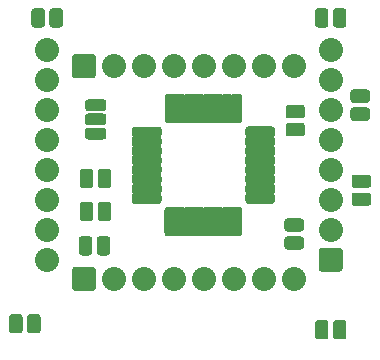
<source format=gts>
%TF.GenerationSoftware,KiCad,Pcbnew,5.1.10*%
%TF.CreationDate,2021-11-10T14:40:26-05:00*%
%TF.ProjectId,panel_8x8_32mm,70616e65-6c5f-4387-9838-5f33326d6d2e,rev?*%
%TF.SameCoordinates,Original*%
%TF.FileFunction,Soldermask,Top*%
%TF.FilePolarity,Negative*%
%FSLAX46Y46*%
G04 Gerber Fmt 4.6, Leading zero omitted, Abs format (unit mm)*
G04 Created by KiCad (PCBNEW 5.1.10) date 2021-11-10 14:40:26*
%MOMM*%
%LPD*%
G01*
G04 APERTURE LIST*
%ADD10C,2.032000*%
G04 APERTURE END LIST*
%TO.C,R9*%
G36*
G01*
X126667260Y-72971660D02*
X126667260Y-71828660D01*
G75*
G02*
X126921260Y-71574660I254000J0D01*
G01*
X127556260Y-71574660D01*
G75*
G02*
X127810260Y-71828660I0J-254000D01*
G01*
X127810260Y-72971660D01*
G75*
G02*
X127556260Y-73225660I-254000J0D01*
G01*
X126921260Y-73225660D01*
G75*
G02*
X126667260Y-72971660I0J254000D01*
G01*
G37*
G36*
G01*
X128191260Y-72971660D02*
X128191260Y-71828660D01*
G75*
G02*
X128445260Y-71574660I254000J0D01*
G01*
X129080260Y-71574660D01*
G75*
G02*
X129334260Y-71828660I0J-254000D01*
G01*
X129334260Y-72971660D01*
G75*
G02*
X129080260Y-73225660I-254000J0D01*
G01*
X128445260Y-73225660D01*
G75*
G02*
X128191260Y-72971660I0J254000D01*
G01*
G37*
%TD*%
%TO.C,R8*%
G36*
G01*
X106667300Y-92270580D02*
X106667300Y-91127580D01*
G75*
G02*
X106921300Y-90873580I254000J0D01*
G01*
X107556300Y-90873580D01*
G75*
G02*
X107810300Y-91127580I0J-254000D01*
G01*
X107810300Y-92270580D01*
G75*
G02*
X107556300Y-92524580I-254000J0D01*
G01*
X106921300Y-92524580D01*
G75*
G02*
X106667300Y-92270580I0J254000D01*
G01*
G37*
G36*
G01*
X108191300Y-92270580D02*
X108191300Y-91127580D01*
G75*
G02*
X108445300Y-90873580I254000J0D01*
G01*
X109080300Y-90873580D01*
G75*
G02*
X109334300Y-91127580I0J-254000D01*
G01*
X109334300Y-92270580D01*
G75*
G02*
X109080300Y-92524580I-254000J0D01*
G01*
X108445300Y-92524580D01*
G75*
G02*
X108191300Y-92270580I0J254000D01*
G01*
G37*
%TD*%
%TO.C,R7*%
G36*
G01*
X100766880Y-98872040D02*
X100766880Y-97729040D01*
G75*
G02*
X101020880Y-97475040I254000J0D01*
G01*
X101655880Y-97475040D01*
G75*
G02*
X101909880Y-97729040I0J-254000D01*
G01*
X101909880Y-98872040D01*
G75*
G02*
X101655880Y-99126040I-254000J0D01*
G01*
X101020880Y-99126040D01*
G75*
G02*
X100766880Y-98872040I0J254000D01*
G01*
G37*
G36*
G01*
X102290880Y-98872040D02*
X102290880Y-97729040D01*
G75*
G02*
X102544880Y-97475040I254000J0D01*
G01*
X103179880Y-97475040D01*
G75*
G02*
X103433880Y-97729040I0J-254000D01*
G01*
X103433880Y-98872040D01*
G75*
G02*
X103179880Y-99126040I-254000J0D01*
G01*
X102544880Y-99126040D01*
G75*
G02*
X102290880Y-98872040I0J254000D01*
G01*
G37*
%TD*%
%TO.C,R6*%
G36*
G01*
X106766360Y-89372440D02*
X106766360Y-88229440D01*
G75*
G02*
X107020360Y-87975440I254000J0D01*
G01*
X107655360Y-87975440D01*
G75*
G02*
X107909360Y-88229440I0J-254000D01*
G01*
X107909360Y-89372440D01*
G75*
G02*
X107655360Y-89626440I-254000J0D01*
G01*
X107020360Y-89626440D01*
G75*
G02*
X106766360Y-89372440I0J254000D01*
G01*
G37*
G36*
G01*
X108290360Y-89372440D02*
X108290360Y-88229440D01*
G75*
G02*
X108544360Y-87975440I254000J0D01*
G01*
X109179360Y-87975440D01*
G75*
G02*
X109433360Y-88229440I0J-254000D01*
G01*
X109433360Y-89372440D01*
G75*
G02*
X109179360Y-89626440I-254000J0D01*
G01*
X108544360Y-89626440D01*
G75*
G02*
X108290360Y-89372440I0J254000D01*
G01*
G37*
%TD*%
%TO.C,R5*%
G36*
G01*
X124429520Y-79766160D02*
X125572520Y-79766160D01*
G75*
G02*
X125826520Y-80020160I0J-254000D01*
G01*
X125826520Y-80655160D01*
G75*
G02*
X125572520Y-80909160I-254000J0D01*
G01*
X124429520Y-80909160D01*
G75*
G02*
X124175520Y-80655160I0J254000D01*
G01*
X124175520Y-80020160D01*
G75*
G02*
X124429520Y-79766160I254000J0D01*
G01*
G37*
G36*
G01*
X124429520Y-81290160D02*
X125572520Y-81290160D01*
G75*
G02*
X125826520Y-81544160I0J-254000D01*
G01*
X125826520Y-82179160D01*
G75*
G02*
X125572520Y-82433160I-254000J0D01*
G01*
X124429520Y-82433160D01*
G75*
G02*
X124175520Y-82179160I0J254000D01*
G01*
X124175520Y-81544160D01*
G75*
G02*
X124429520Y-81290160I254000J0D01*
G01*
G37*
%TD*%
%TO.C,R4*%
G36*
G01*
X106766360Y-86570820D02*
X106766360Y-85427820D01*
G75*
G02*
X107020360Y-85173820I254000J0D01*
G01*
X107655360Y-85173820D01*
G75*
G02*
X107909360Y-85427820I0J-254000D01*
G01*
X107909360Y-86570820D01*
G75*
G02*
X107655360Y-86824820I-254000J0D01*
G01*
X107020360Y-86824820D01*
G75*
G02*
X106766360Y-86570820I0J254000D01*
G01*
G37*
G36*
G01*
X108290360Y-86570820D02*
X108290360Y-85427820D01*
G75*
G02*
X108544360Y-85173820I254000J0D01*
G01*
X109179360Y-85173820D01*
G75*
G02*
X109433360Y-85427820I0J-254000D01*
G01*
X109433360Y-86570820D01*
G75*
G02*
X109179360Y-86824820I-254000J0D01*
G01*
X108544360Y-86824820D01*
G75*
G02*
X108290360Y-86570820I0J254000D01*
G01*
G37*
%TD*%
%TO.C,R3*%
G36*
G01*
X130027680Y-85666580D02*
X131170680Y-85666580D01*
G75*
G02*
X131424680Y-85920580I0J-254000D01*
G01*
X131424680Y-86555580D01*
G75*
G02*
X131170680Y-86809580I-254000J0D01*
G01*
X130027680Y-86809580D01*
G75*
G02*
X129773680Y-86555580I0J254000D01*
G01*
X129773680Y-85920580D01*
G75*
G02*
X130027680Y-85666580I254000J0D01*
G01*
G37*
G36*
G01*
X130027680Y-87190580D02*
X131170680Y-87190580D01*
G75*
G02*
X131424680Y-87444580I0J-254000D01*
G01*
X131424680Y-88079580D01*
G75*
G02*
X131170680Y-88333580I-254000J0D01*
G01*
X130027680Y-88333580D01*
G75*
G02*
X129773680Y-88079580I0J254000D01*
G01*
X129773680Y-87444580D01*
G75*
G02*
X130027680Y-87190580I254000J0D01*
G01*
G37*
%TD*%
%TO.C,R2*%
G36*
G01*
X131071620Y-81132680D02*
X129928620Y-81132680D01*
G75*
G02*
X129674620Y-80878680I0J254000D01*
G01*
X129674620Y-80243680D01*
G75*
G02*
X129928620Y-79989680I254000J0D01*
G01*
X131071620Y-79989680D01*
G75*
G02*
X131325620Y-80243680I0J-254000D01*
G01*
X131325620Y-80878680D01*
G75*
G02*
X131071620Y-81132680I-254000J0D01*
G01*
G37*
G36*
G01*
X131071620Y-79608680D02*
X129928620Y-79608680D01*
G75*
G02*
X129674620Y-79354680I0J254000D01*
G01*
X129674620Y-78719680D01*
G75*
G02*
X129928620Y-78465680I254000J0D01*
G01*
X131071620Y-78465680D01*
G75*
G02*
X131325620Y-78719680I0J-254000D01*
G01*
X131325620Y-79354680D01*
G75*
G02*
X131071620Y-79608680I-254000J0D01*
G01*
G37*
%TD*%
%TO.C,R1*%
G36*
G01*
X102666800Y-72971660D02*
X102666800Y-71828660D01*
G75*
G02*
X102920800Y-71574660I254000J0D01*
G01*
X103555800Y-71574660D01*
G75*
G02*
X103809800Y-71828660I0J-254000D01*
G01*
X103809800Y-72971660D01*
G75*
G02*
X103555800Y-73225660I-254000J0D01*
G01*
X102920800Y-73225660D01*
G75*
G02*
X102666800Y-72971660I0J254000D01*
G01*
G37*
G36*
G01*
X104190800Y-72971660D02*
X104190800Y-71828660D01*
G75*
G02*
X104444800Y-71574660I254000J0D01*
G01*
X105079800Y-71574660D01*
G75*
G02*
X105333800Y-71828660I0J-254000D01*
G01*
X105333800Y-72971660D01*
G75*
G02*
X105079800Y-73225660I-254000J0D01*
G01*
X104444800Y-73225660D01*
G75*
G02*
X104190800Y-72971660I0J254000D01*
G01*
G37*
%TD*%
%TO.C,IC1*%
G36*
G01*
X114197130Y-78830170D02*
X114646710Y-78830170D01*
G75*
G02*
X114900710Y-79084170I0J-254000D01*
G01*
X114900710Y-81083150D01*
G75*
G02*
X114646710Y-81337150I-254000J0D01*
G01*
X114197130Y-81337150D01*
G75*
G02*
X113943130Y-81083150I0J254000D01*
G01*
X113943130Y-79084170D01*
G75*
G02*
X114197130Y-78830170I254000J0D01*
G01*
G37*
G36*
G01*
X114997230Y-78830170D02*
X115446810Y-78830170D01*
G75*
G02*
X115700810Y-79084170I0J-254000D01*
G01*
X115700810Y-81083150D01*
G75*
G02*
X115446810Y-81337150I-254000J0D01*
G01*
X114997230Y-81337150D01*
G75*
G02*
X114743230Y-81083150I0J254000D01*
G01*
X114743230Y-79084170D01*
G75*
G02*
X114997230Y-78830170I254000J0D01*
G01*
G37*
G36*
G01*
X115797330Y-78830170D02*
X116246910Y-78830170D01*
G75*
G02*
X116500910Y-79084170I0J-254000D01*
G01*
X116500910Y-81083150D01*
G75*
G02*
X116246910Y-81337150I-254000J0D01*
G01*
X115797330Y-81337150D01*
G75*
G02*
X115543330Y-81083150I0J254000D01*
G01*
X115543330Y-79084170D01*
G75*
G02*
X115797330Y-78830170I254000J0D01*
G01*
G37*
G36*
G01*
X116597430Y-78830170D02*
X117047010Y-78830170D01*
G75*
G02*
X117301010Y-79084170I0J-254000D01*
G01*
X117301010Y-81083150D01*
G75*
G02*
X117047010Y-81337150I-254000J0D01*
G01*
X116597430Y-81337150D01*
G75*
G02*
X116343430Y-81083150I0J254000D01*
G01*
X116343430Y-79084170D01*
G75*
G02*
X116597430Y-78830170I254000J0D01*
G01*
G37*
G36*
G01*
X117397530Y-78830170D02*
X117847110Y-78830170D01*
G75*
G02*
X118101110Y-79084170I0J-254000D01*
G01*
X118101110Y-81083150D01*
G75*
G02*
X117847110Y-81337150I-254000J0D01*
G01*
X117397530Y-81337150D01*
G75*
G02*
X117143530Y-81083150I0J254000D01*
G01*
X117143530Y-79084170D01*
G75*
G02*
X117397530Y-78830170I254000J0D01*
G01*
G37*
G36*
G01*
X118197630Y-78830170D02*
X118647210Y-78830170D01*
G75*
G02*
X118901210Y-79084170I0J-254000D01*
G01*
X118901210Y-81083150D01*
G75*
G02*
X118647210Y-81337150I-254000J0D01*
G01*
X118197630Y-81337150D01*
G75*
G02*
X117943630Y-81083150I0J254000D01*
G01*
X117943630Y-79084170D01*
G75*
G02*
X118197630Y-78830170I254000J0D01*
G01*
G37*
G36*
G01*
X118997730Y-78830170D02*
X119447310Y-78830170D01*
G75*
G02*
X119701310Y-79084170I0J-254000D01*
G01*
X119701310Y-81083150D01*
G75*
G02*
X119447310Y-81337150I-254000J0D01*
G01*
X118997730Y-81337150D01*
G75*
G02*
X118743730Y-81083150I0J254000D01*
G01*
X118743730Y-79084170D01*
G75*
G02*
X118997730Y-78830170I254000J0D01*
G01*
G37*
G36*
G01*
X119797830Y-78830170D02*
X120247410Y-78830170D01*
G75*
G02*
X120501410Y-79084170I0J-254000D01*
G01*
X120501410Y-81083150D01*
G75*
G02*
X120247410Y-81337150I-254000J0D01*
G01*
X119797830Y-81337150D01*
G75*
G02*
X119543830Y-81083150I0J254000D01*
G01*
X119543830Y-79084170D01*
G75*
G02*
X119797830Y-78830170I254000J0D01*
G01*
G37*
G36*
G01*
X119792750Y-88395810D02*
X120242330Y-88395810D01*
G75*
G02*
X120496330Y-88649810I0J-254000D01*
G01*
X120496330Y-90648790D01*
G75*
G02*
X120242330Y-90902790I-254000J0D01*
G01*
X119792750Y-90902790D01*
G75*
G02*
X119538750Y-90648790I0J254000D01*
G01*
X119538750Y-88649810D01*
G75*
G02*
X119792750Y-88395810I254000J0D01*
G01*
G37*
G36*
G01*
X114179350Y-88395810D02*
X114628930Y-88395810D01*
G75*
G02*
X114882930Y-88649810I0J-254000D01*
G01*
X114882930Y-90648790D01*
G75*
G02*
X114628930Y-90902790I-254000J0D01*
G01*
X114179350Y-90902790D01*
G75*
G02*
X113925350Y-90648790I0J254000D01*
G01*
X113925350Y-88649810D01*
G75*
G02*
X114179350Y-88395810I254000J0D01*
G01*
G37*
G36*
G01*
X114992150Y-88395810D02*
X115441730Y-88395810D01*
G75*
G02*
X115695730Y-88649810I0J-254000D01*
G01*
X115695730Y-90648790D01*
G75*
G02*
X115441730Y-90902790I-254000J0D01*
G01*
X114992150Y-90902790D01*
G75*
G02*
X114738150Y-90648790I0J254000D01*
G01*
X114738150Y-88649810D01*
G75*
G02*
X114992150Y-88395810I254000J0D01*
G01*
G37*
G36*
G01*
X115804950Y-88395810D02*
X116254530Y-88395810D01*
G75*
G02*
X116508530Y-88649810I0J-254000D01*
G01*
X116508530Y-90648790D01*
G75*
G02*
X116254530Y-90902790I-254000J0D01*
G01*
X115804950Y-90902790D01*
G75*
G02*
X115550950Y-90648790I0J254000D01*
G01*
X115550950Y-88649810D01*
G75*
G02*
X115804950Y-88395810I254000J0D01*
G01*
G37*
G36*
G01*
X116592350Y-88395810D02*
X117041930Y-88395810D01*
G75*
G02*
X117295930Y-88649810I0J-254000D01*
G01*
X117295930Y-90648790D01*
G75*
G02*
X117041930Y-90902790I-254000J0D01*
G01*
X116592350Y-90902790D01*
G75*
G02*
X116338350Y-90648790I0J254000D01*
G01*
X116338350Y-88649810D01*
G75*
G02*
X116592350Y-88395810I254000J0D01*
G01*
G37*
G36*
G01*
X117405150Y-88395810D02*
X117854730Y-88395810D01*
G75*
G02*
X118108730Y-88649810I0J-254000D01*
G01*
X118108730Y-90648790D01*
G75*
G02*
X117854730Y-90902790I-254000J0D01*
G01*
X117405150Y-90902790D01*
G75*
G02*
X117151150Y-90648790I0J254000D01*
G01*
X117151150Y-88649810D01*
G75*
G02*
X117405150Y-88395810I254000J0D01*
G01*
G37*
G36*
G01*
X118192550Y-88395810D02*
X118642130Y-88395810D01*
G75*
G02*
X118896130Y-88649810I0J-254000D01*
G01*
X118896130Y-90648790D01*
G75*
G02*
X118642130Y-90902790I-254000J0D01*
G01*
X118192550Y-90902790D01*
G75*
G02*
X117938550Y-90648790I0J254000D01*
G01*
X117938550Y-88649810D01*
G75*
G02*
X118192550Y-88395810I254000J0D01*
G01*
G37*
G36*
G01*
X119005350Y-88395810D02*
X119454930Y-88395810D01*
G75*
G02*
X119708930Y-88649810I0J-254000D01*
G01*
X119708930Y-90648790D01*
G75*
G02*
X119454930Y-90902790I-254000J0D01*
G01*
X119005350Y-90902790D01*
G75*
G02*
X118751350Y-90648790I0J254000D01*
G01*
X118751350Y-88649810D01*
G75*
G02*
X119005350Y-88395810I254000J0D01*
G01*
G37*
G36*
G01*
X121024650Y-81596230D02*
X123023630Y-81596230D01*
G75*
G02*
X123277630Y-81850230I0J-254000D01*
G01*
X123277630Y-82299810D01*
G75*
G02*
X123023630Y-82553810I-254000J0D01*
G01*
X121024650Y-82553810D01*
G75*
G02*
X120770650Y-82299810I0J254000D01*
G01*
X120770650Y-81850230D01*
G75*
G02*
X121024650Y-81596230I254000J0D01*
G01*
G37*
G36*
G01*
X121024650Y-82393790D02*
X123023630Y-82393790D01*
G75*
G02*
X123277630Y-82647790I0J-254000D01*
G01*
X123277630Y-83097370D01*
G75*
G02*
X123023630Y-83351370I-254000J0D01*
G01*
X121024650Y-83351370D01*
G75*
G02*
X120770650Y-83097370I0J254000D01*
G01*
X120770650Y-82647790D01*
G75*
G02*
X121024650Y-82393790I254000J0D01*
G01*
G37*
G36*
G01*
X121024650Y-83196430D02*
X123023630Y-83196430D01*
G75*
G02*
X123277630Y-83450430I0J-254000D01*
G01*
X123277630Y-83900010D01*
G75*
G02*
X123023630Y-84154010I-254000J0D01*
G01*
X121024650Y-84154010D01*
G75*
G02*
X120770650Y-83900010I0J254000D01*
G01*
X120770650Y-83450430D01*
G75*
G02*
X121024650Y-83196430I254000J0D01*
G01*
G37*
G36*
G01*
X121024650Y-83993990D02*
X123023630Y-83993990D01*
G75*
G02*
X123277630Y-84247990I0J-254000D01*
G01*
X123277630Y-84697570D01*
G75*
G02*
X123023630Y-84951570I-254000J0D01*
G01*
X121024650Y-84951570D01*
G75*
G02*
X120770650Y-84697570I0J254000D01*
G01*
X120770650Y-84247990D01*
G75*
G02*
X121024650Y-83993990I254000J0D01*
G01*
G37*
G36*
G01*
X121024650Y-84796630D02*
X123023630Y-84796630D01*
G75*
G02*
X123277630Y-85050630I0J-254000D01*
G01*
X123277630Y-85500210D01*
G75*
G02*
X123023630Y-85754210I-254000J0D01*
G01*
X121024650Y-85754210D01*
G75*
G02*
X120770650Y-85500210I0J254000D01*
G01*
X120770650Y-85050630D01*
G75*
G02*
X121024650Y-84796630I254000J0D01*
G01*
G37*
G36*
G01*
X121024650Y-85594190D02*
X123023630Y-85594190D01*
G75*
G02*
X123277630Y-85848190I0J-254000D01*
G01*
X123277630Y-86297770D01*
G75*
G02*
X123023630Y-86551770I-254000J0D01*
G01*
X121024650Y-86551770D01*
G75*
G02*
X120770650Y-86297770I0J254000D01*
G01*
X120770650Y-85848190D01*
G75*
G02*
X121024650Y-85594190I254000J0D01*
G01*
G37*
G36*
G01*
X121024650Y-86396830D02*
X123023630Y-86396830D01*
G75*
G02*
X123277630Y-86650830I0J-254000D01*
G01*
X123277630Y-87100410D01*
G75*
G02*
X123023630Y-87354410I-254000J0D01*
G01*
X121024650Y-87354410D01*
G75*
G02*
X120770650Y-87100410I0J254000D01*
G01*
X120770650Y-86650830D01*
G75*
G02*
X121024650Y-86396830I254000J0D01*
G01*
G37*
G36*
G01*
X121024650Y-87194390D02*
X123023630Y-87194390D01*
G75*
G02*
X123277630Y-87448390I0J-254000D01*
G01*
X123277630Y-87897970D01*
G75*
G02*
X123023630Y-88151970I-254000J0D01*
G01*
X121024650Y-88151970D01*
G75*
G02*
X120770650Y-87897970I0J254000D01*
G01*
X120770650Y-87448390D01*
G75*
G02*
X121024650Y-87194390I254000J0D01*
G01*
G37*
G36*
G01*
X111423450Y-81601310D02*
X113422430Y-81601310D01*
G75*
G02*
X113676430Y-81855310I0J-254000D01*
G01*
X113676430Y-82304890D01*
G75*
G02*
X113422430Y-82558890I-254000J0D01*
G01*
X111423450Y-82558890D01*
G75*
G02*
X111169450Y-82304890I0J254000D01*
G01*
X111169450Y-81855310D01*
G75*
G02*
X111423450Y-81601310I254000J0D01*
G01*
G37*
G36*
G01*
X111423450Y-82388710D02*
X113422430Y-82388710D01*
G75*
G02*
X113676430Y-82642710I0J-254000D01*
G01*
X113676430Y-83092290D01*
G75*
G02*
X113422430Y-83346290I-254000J0D01*
G01*
X111423450Y-83346290D01*
G75*
G02*
X111169450Y-83092290I0J254000D01*
G01*
X111169450Y-82642710D01*
G75*
G02*
X111423450Y-82388710I254000J0D01*
G01*
G37*
G36*
G01*
X111423450Y-83201510D02*
X113422430Y-83201510D01*
G75*
G02*
X113676430Y-83455510I0J-254000D01*
G01*
X113676430Y-83905090D01*
G75*
G02*
X113422430Y-84159090I-254000J0D01*
G01*
X111423450Y-84159090D01*
G75*
G02*
X111169450Y-83905090I0J254000D01*
G01*
X111169450Y-83455510D01*
G75*
G02*
X111423450Y-83201510I254000J0D01*
G01*
G37*
G36*
G01*
X111423450Y-83988910D02*
X113422430Y-83988910D01*
G75*
G02*
X113676430Y-84242910I0J-254000D01*
G01*
X113676430Y-84692490D01*
G75*
G02*
X113422430Y-84946490I-254000J0D01*
G01*
X111423450Y-84946490D01*
G75*
G02*
X111169450Y-84692490I0J254000D01*
G01*
X111169450Y-84242910D01*
G75*
G02*
X111423450Y-83988910I254000J0D01*
G01*
G37*
G36*
G01*
X111423450Y-84776310D02*
X113422430Y-84776310D01*
G75*
G02*
X113676430Y-85030310I0J-254000D01*
G01*
X113676430Y-85479890D01*
G75*
G02*
X113422430Y-85733890I-254000J0D01*
G01*
X111423450Y-85733890D01*
G75*
G02*
X111169450Y-85479890I0J254000D01*
G01*
X111169450Y-85030310D01*
G75*
G02*
X111423450Y-84776310I254000J0D01*
G01*
G37*
G36*
G01*
X111423450Y-85589110D02*
X113422430Y-85589110D01*
G75*
G02*
X113676430Y-85843110I0J-254000D01*
G01*
X113676430Y-86292690D01*
G75*
G02*
X113422430Y-86546690I-254000J0D01*
G01*
X111423450Y-86546690D01*
G75*
G02*
X111169450Y-86292690I0J254000D01*
G01*
X111169450Y-85843110D01*
G75*
G02*
X111423450Y-85589110I254000J0D01*
G01*
G37*
G36*
G01*
X111423450Y-86401910D02*
X113422430Y-86401910D01*
G75*
G02*
X113676430Y-86655910I0J-254000D01*
G01*
X113676430Y-87105490D01*
G75*
G02*
X113422430Y-87359490I-254000J0D01*
G01*
X111423450Y-87359490D01*
G75*
G02*
X111169450Y-87105490I0J254000D01*
G01*
X111169450Y-86655910D01*
G75*
G02*
X111423450Y-86401910I254000J0D01*
G01*
G37*
G36*
G01*
X111423450Y-87214710D02*
X113422430Y-87214710D01*
G75*
G02*
X113676430Y-87468710I0J-254000D01*
G01*
X113676430Y-87918290D01*
G75*
G02*
X113422430Y-88172290I-254000J0D01*
G01*
X111423450Y-88172290D01*
G75*
G02*
X111169450Y-87918290I0J254000D01*
G01*
X111169450Y-87468710D01*
G75*
G02*
X111423450Y-87214710I254000J0D01*
G01*
G37*
%TD*%
D10*
%TO.C,MATRIX1*%
X104000300Y-75105260D03*
X104000300Y-77645260D03*
X104000300Y-80185260D03*
X104000300Y-82725260D03*
X104000300Y-85265260D03*
X104000300Y-87805260D03*
X104000300Y-90345260D03*
X104000300Y-92885260D03*
G36*
G01*
X126984760Y-93647260D02*
X126984760Y-92123260D01*
G75*
G02*
X127238760Y-91869260I254000J0D01*
G01*
X128762760Y-91869260D01*
G75*
G02*
X129016760Y-92123260I0J-254000D01*
G01*
X129016760Y-93647260D01*
G75*
G02*
X128762760Y-93901260I-254000J0D01*
G01*
X127238760Y-93901260D01*
G75*
G02*
X126984760Y-93647260I0J254000D01*
G01*
G37*
X128000760Y-90345260D03*
X128000760Y-87805260D03*
X128000760Y-85265260D03*
X128000760Y-82725260D03*
X128000760Y-80185260D03*
X128000760Y-77645260D03*
X128000760Y-75105260D03*
%TD*%
%TO.C,C2*%
G36*
G01*
X124327920Y-89367360D02*
X125470920Y-89367360D01*
G75*
G02*
X125724920Y-89621360I0J-254000D01*
G01*
X125724920Y-90256360D01*
G75*
G02*
X125470920Y-90510360I-254000J0D01*
G01*
X124327920Y-90510360D01*
G75*
G02*
X124073920Y-90256360I0J254000D01*
G01*
X124073920Y-89621360D01*
G75*
G02*
X124327920Y-89367360I254000J0D01*
G01*
G37*
G36*
G01*
X124327920Y-90891360D02*
X125470920Y-90891360D01*
G75*
G02*
X125724920Y-91145360I0J-254000D01*
G01*
X125724920Y-91780360D01*
G75*
G02*
X125470920Y-92034360I-254000J0D01*
G01*
X124327920Y-92034360D01*
G75*
G02*
X124073920Y-91780360I0J254000D01*
G01*
X124073920Y-91145360D01*
G75*
G02*
X124327920Y-90891360I254000J0D01*
G01*
G37*
%TD*%
%TO.C,C1*%
G36*
G01*
X126667260Y-99372420D02*
X126667260Y-98229420D01*
G75*
G02*
X126921260Y-97975420I254000J0D01*
G01*
X127556260Y-97975420D01*
G75*
G02*
X127810260Y-98229420I0J-254000D01*
G01*
X127810260Y-99372420D01*
G75*
G02*
X127556260Y-99626420I-254000J0D01*
G01*
X126921260Y-99626420D01*
G75*
G02*
X126667260Y-99372420I0J254000D01*
G01*
G37*
G36*
G01*
X128191260Y-99372420D02*
X128191260Y-98229420D01*
G75*
G02*
X128445260Y-97975420I254000J0D01*
G01*
X129080260Y-97975420D01*
G75*
G02*
X129334260Y-98229420I0J-254000D01*
G01*
X129334260Y-99372420D01*
G75*
G02*
X129080260Y-99626420I-254000J0D01*
G01*
X128445260Y-99626420D01*
G75*
G02*
X128191260Y-99372420I0J254000D01*
G01*
G37*
%TD*%
%TO.C,P1*%
G36*
G01*
X106093260Y-77261720D02*
X106093260Y-75737720D01*
G75*
G02*
X106347260Y-75483720I254000J0D01*
G01*
X107871260Y-75483720D01*
G75*
G02*
X108125260Y-75737720I0J-254000D01*
G01*
X108125260Y-77261720D01*
G75*
G02*
X107871260Y-77515720I-254000J0D01*
G01*
X106347260Y-77515720D01*
G75*
G02*
X106093260Y-77261720I0J254000D01*
G01*
G37*
X109649260Y-76499720D03*
X112189260Y-76499720D03*
X114729260Y-76499720D03*
X117269260Y-76499720D03*
X119809260Y-76499720D03*
X122349260Y-76499720D03*
X124889260Y-76499720D03*
%TD*%
%TO.C,P2*%
G36*
G01*
X106093260Y-95262700D02*
X106093260Y-93738700D01*
G75*
G02*
X106347260Y-93484700I254000J0D01*
G01*
X107871260Y-93484700D01*
G75*
G02*
X108125260Y-93738700I0J-254000D01*
G01*
X108125260Y-95262700D01*
G75*
G02*
X107871260Y-95516700I-254000J0D01*
G01*
X106347260Y-95516700D01*
G75*
G02*
X106093260Y-95262700I0J254000D01*
G01*
G37*
X109649260Y-94500700D03*
X112189260Y-94500700D03*
X114729260Y-94500700D03*
X117269260Y-94500700D03*
X119809260Y-94500700D03*
X122349260Y-94500700D03*
X124889260Y-94500700D03*
%TD*%
%TO.C,X1*%
G36*
G01*
X108750100Y-81504790D02*
X107449620Y-81504790D01*
G75*
G02*
X107195620Y-81250790I0J254000D01*
G01*
X107195620Y-80750410D01*
G75*
G02*
X107449620Y-80496410I254000J0D01*
G01*
X108750100Y-80496410D01*
G75*
G02*
X109004100Y-80750410I0J-254000D01*
G01*
X109004100Y-81250790D01*
G75*
G02*
X108750100Y-81504790I-254000J0D01*
G01*
G37*
G36*
G01*
X108750100Y-80305910D02*
X107449620Y-80305910D01*
G75*
G02*
X107195620Y-80051910I0J254000D01*
G01*
X107195620Y-79551530D01*
G75*
G02*
X107449620Y-79297530I254000J0D01*
G01*
X108750100Y-79297530D01*
G75*
G02*
X109004100Y-79551530I0J-254000D01*
G01*
X109004100Y-80051910D01*
G75*
G02*
X108750100Y-80305910I-254000J0D01*
G01*
G37*
G36*
G01*
X108750100Y-82703670D02*
X107449620Y-82703670D01*
G75*
G02*
X107195620Y-82449670I0J254000D01*
G01*
X107195620Y-81949290D01*
G75*
G02*
X107449620Y-81695290I254000J0D01*
G01*
X108750100Y-81695290D01*
G75*
G02*
X109004100Y-81949290I0J-254000D01*
G01*
X109004100Y-82449670D01*
G75*
G02*
X108750100Y-82703670I-254000J0D01*
G01*
G37*
%TD*%
M02*

</source>
